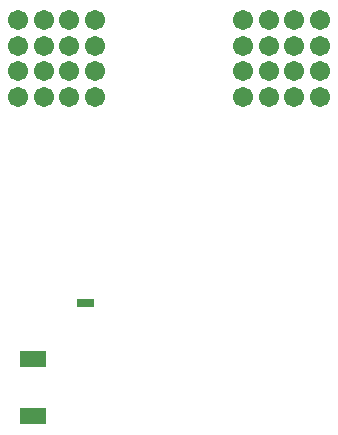
<source format=gbs>
G04*
G04 #@! TF.GenerationSoftware,Altium Limited,Altium Designer,18.0.7 (293)*
G04*
G04 Layer_Color=16711935*
%FSLAX25Y25*%
%MOIN*%
G70*
G01*
G75*
%ADD31R,0.03150X0.03150*%
%ADD39R,0.02769X0.03162*%
%ADD47C,0.06706*%
%ADD61R,0.09068X0.05800*%
D31*
X34744Y68110D02*
D03*
D39*
X36614Y68110D02*
D03*
X33661D02*
D03*
D47*
X113307Y153858D02*
D03*
Y145354D02*
D03*
Y136850D02*
D03*
X104803Y162362D02*
D03*
Y153858D02*
D03*
Y145354D02*
D03*
Y136850D02*
D03*
X113307Y162362D02*
D03*
X96299D02*
D03*
X87795Y136850D02*
D03*
Y145354D02*
D03*
Y153858D02*
D03*
Y162362D02*
D03*
X96299Y136850D02*
D03*
Y145354D02*
D03*
Y153858D02*
D03*
X21181D02*
D03*
Y145354D02*
D03*
Y136850D02*
D03*
X12677Y162362D02*
D03*
Y153858D02*
D03*
Y145354D02*
D03*
Y136850D02*
D03*
X21181Y162362D02*
D03*
X38189D02*
D03*
X29685Y136850D02*
D03*
Y145354D02*
D03*
Y153858D02*
D03*
Y162362D02*
D03*
X38189Y136850D02*
D03*
Y145354D02*
D03*
Y153858D02*
D03*
D61*
X17717Y30413D02*
D03*
Y49311D02*
D03*
M02*

</source>
